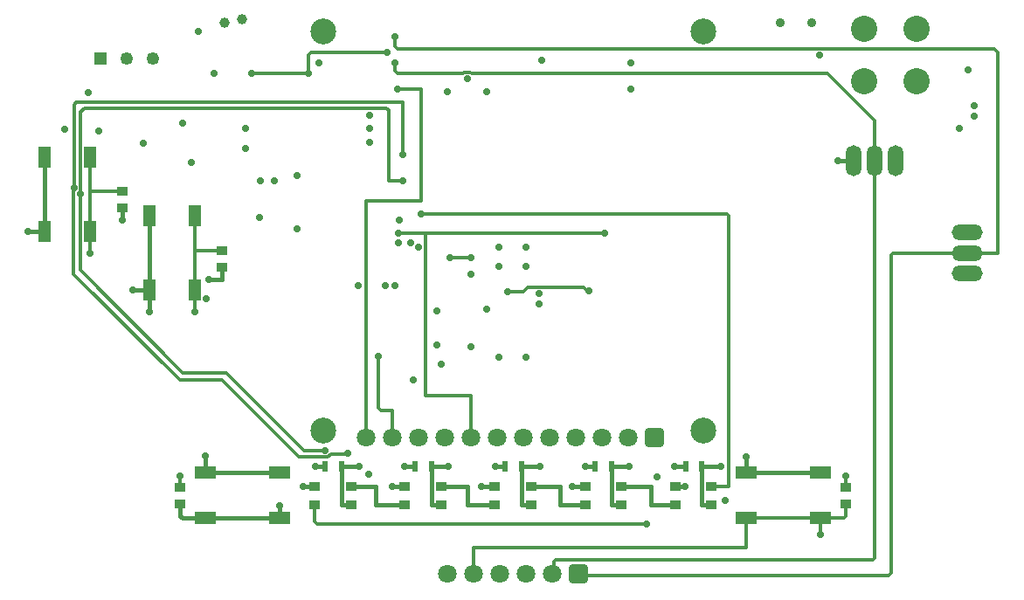
<source format=gbr>
%TF.GenerationSoftware,Altium Limited,Altium Designer,23.8.1 (32)*%
G04 Layer_Physical_Order=4*
G04 Layer_Color=11367680*
%FSLAX26Y26*%
%MOIN*%
%TF.SameCoordinates,6B68F3FB-407B-423E-831D-AB1AF3CCE0D2*%
%TF.FilePolarity,Positive*%
%TF.FileFunction,Copper,L4,Bot,Signal*%
%TF.Part,Single*%
G01*
G75*
%TA.AperFunction,SMDPad,CuDef*%
%ADD26R,0.039370X0.037402*%
%ADD35R,0.023000X0.039370*%
%TA.AperFunction,Conductor*%
%ADD43C,0.016000*%
%ADD44C,0.013800*%
%ADD49C,0.010000*%
%ADD50C,0.012000*%
%TA.AperFunction,ComponentPad*%
%ADD51C,0.049213*%
%ADD52R,0.049213X0.049213*%
%ADD53C,0.100000*%
%ADD54C,0.070866*%
G04:AMPARAMS|DCode=55|XSize=70.866mil|YSize=70.866mil|CornerRadius=8.858mil|HoleSize=0mil|Usage=FLASHONLY|Rotation=180.000|XOffset=0mil|YOffset=0mil|HoleType=Round|Shape=RoundedRectangle|*
%AMROUNDEDRECTD55*
21,1,0.070866,0.053150,0,0,180.0*
21,1,0.053150,0.070866,0,0,180.0*
1,1,0.017716,-0.026575,0.026575*
1,1,0.017716,0.026575,0.026575*
1,1,0.017716,0.026575,-0.026575*
1,1,0.017716,-0.026575,-0.026575*
%
%ADD55ROUNDEDRECTD55*%
%ADD56O,0.118120X0.059060*%
%ADD57O,0.059060X0.118120*%
%ADD58C,0.039370*%
%ADD59C,0.035430*%
%TA.AperFunction,ViaPad*%
%ADD60C,0.028000*%
%ADD61C,0.098425*%
%TA.AperFunction,SMDPad,CuDef*%
%ADD62R,0.078740X0.047240*%
%ADD63R,0.047240X0.078740*%
%ADD64R,0.039370X0.033460*%
D26*
X-1270000Y-781496D02*
D03*
X1270000D02*
D03*
X-1110000Y182992D02*
D03*
X-1490000Y411496D02*
D03*
X-1270000Y-718504D02*
D03*
X-1110000Y120000D02*
D03*
X-1490000Y348504D02*
D03*
X1270000Y-718504D02*
D03*
D35*
X658258Y-640000D02*
D03*
X314508D02*
D03*
X-29242D02*
D03*
X-372992D02*
D03*
X-716742D02*
D03*
X-653750D02*
D03*
X721250D02*
D03*
X-310000D02*
D03*
X377500D02*
D03*
X33750D02*
D03*
D43*
X-890000Y-836130D02*
X-889520Y-836610D01*
X-890000Y-836130D02*
Y-790000D01*
X-1160000Y75000D02*
X-1110000D01*
X721250Y-784450D02*
Y-640000D01*
Y-784450D02*
X756400D01*
X377500D02*
Y-640000D01*
Y-784450D02*
X412650D01*
X33750D02*
Y-640000D01*
Y-784450D02*
X68900D01*
X-310000D02*
Y-640000D01*
Y-784450D02*
X-274850D01*
X-653750D02*
Y-640000D01*
Y-784450D02*
X-618600D01*
X-653750Y-640000D02*
X-587746D01*
X721250D02*
X792254D01*
X377500D02*
X442254D01*
X-310000D02*
X-247746D01*
X33750D02*
X102254D01*
X-1450000Y33270D02*
X-1386610D01*
X-1850000Y258270D02*
X-1786610D01*
Y541730D01*
X-1490000Y300000D02*
Y348504D01*
X-1110000Y75000D02*
Y120000D01*
X-1386610Y33270D02*
Y316730D01*
Y-50000D02*
Y33270D01*
X1240963Y529330D02*
X1301260D01*
X179370Y-784450D02*
Y-715550D01*
X68900D02*
X179370D01*
X225000D02*
X274850D01*
X225000Y-716000D02*
Y-715550D01*
X277104Y-640000D02*
X314508D01*
X-66646D02*
X-29242D01*
X-460000Y-715550D02*
X-412650D01*
X-120630D02*
X-68900D01*
X-274850D02*
X-175000D01*
Y-784450D02*
Y-715550D01*
Y-784450D02*
X-68900D01*
X-120630Y-716000D02*
Y-715550D01*
X-414330Y-640000D02*
X-372992D01*
X-754146D02*
X-716742D01*
X-800000Y-715550D02*
X-756400D01*
X-525000Y-784450D02*
X-412650D01*
X-525000D02*
Y-715550D01*
X-618600D02*
X-525000D01*
X179370Y-784450D02*
X274850D01*
X412650Y-715550D02*
X525000D01*
Y-784450D02*
Y-715550D01*
Y-784450D02*
X618600D01*
Y-715550D02*
X656082D01*
X616920Y-640000D02*
X658258D01*
X889520Y-663390D02*
Y-602500D01*
Y-663390D02*
X1172980D01*
X-1172980D02*
Y-600000D01*
X-1260627Y-836610D02*
X-1172980D01*
X-1270000Y-827237D02*
Y-781496D01*
Y-827237D02*
X-1260627Y-836610D01*
X-1172980D02*
X-889520D01*
X-1172980Y-663390D02*
X-889520D01*
D44*
X-632717Y-592717D02*
X-630000Y-590000D01*
X-695027Y-592717D02*
X-632717D01*
X-705710Y-603400D02*
X-695027Y-592717D01*
X-816600Y-603400D02*
X-705710D01*
X-1110000Y-310000D02*
X-816600Y-603400D01*
X-1092213Y-281200D02*
X-795913Y-577500D01*
X-716438D01*
X-756400Y-850000D02*
X-746400Y-860000D01*
X510000D01*
X-756400Y-850000D02*
Y-784450D01*
X-1675900Y95900D02*
Y425000D01*
Y95900D02*
X-1270000Y-310000D01*
X-1110000D01*
X-1675900Y425000D02*
X-1675000Y425900D01*
X-1650000Y110000D02*
Y400000D01*
Y110000D02*
X-1258800Y-281200D01*
X-1092213D01*
X-334877Y-370000D02*
Y249995D01*
X-441916Y955900D02*
X1836016D01*
X-450000Y963984D02*
Y1000000D01*
Y963984D02*
X-441916Y955900D01*
X-158372Y860000D02*
X1200379D01*
X1380000Y529330D02*
Y680379D01*
X1200379Y860000D02*
X1380000Y680379D01*
X-1634291Y728050D02*
X-483084D01*
X-1648910Y713431D02*
X-1634291Y728050D01*
X-483084D02*
X-475000Y719966D01*
Y450000D02*
Y719966D01*
X-1675000Y425900D02*
Y741916D01*
X-1666916Y750000D01*
X-420000D01*
X-1649100Y429055D02*
X-1648910Y429245D01*
Y713431D01*
X-475000Y450000D02*
X-420000D01*
X-1649100Y400900D02*
Y429055D01*
X-1650000Y400000D02*
X-1649100Y400900D01*
X-420000Y550000D02*
Y750000D01*
X-350000Y375000D02*
Y800000D01*
X-560000Y375000D02*
X-350000D01*
X-439728Y800000D02*
X-350000D01*
X-560000Y-527500D02*
Y375000D01*
X-1213390Y33270D02*
Y182992D01*
X1371916Y-995381D02*
X1380000Y-987297D01*
Y529330D01*
X163333Y-995381D02*
X1371916D01*
X-772034Y940000D02*
X-480000D01*
X-780118Y860000D02*
Y931916D01*
X-997320Y860000D02*
X-780118D01*
Y931916D02*
X-772034Y940000D01*
X-19690Y26890D02*
X38090D01*
X56790Y45590D02*
X270567D01*
X38090Y26890D02*
X56790Y45590D01*
X270567D02*
X286890Y29267D01*
Y26890D02*
Y29267D01*
X-334877Y249995D02*
X349995D01*
X-436019D02*
X-334877D01*
Y-370000D02*
X-160000D01*
Y-527500D02*
Y-370000D01*
X-512796Y-416916D02*
Y-220482D01*
Y-416916D02*
X-504712Y-425000D01*
X-460000D01*
Y-527500D02*
Y-425000D01*
X1850000Y175000D02*
Y941916D01*
X1836016Y955900D02*
X1850000Y941916D01*
X-164272Y865900D02*
X-158372Y860000D01*
X-191628D02*
X-185728Y865900D01*
X-440000Y860000D02*
X-191628D01*
X-185728Y865900D02*
X-164272D01*
X-450000Y870000D02*
Y900000D01*
Y870000D02*
X-440000Y860000D01*
X1734330Y175000D02*
X1850000D01*
X-1213390Y182992D02*
Y316730D01*
X1172980Y-900000D02*
Y-836610D01*
X-1213390Y-50000D02*
Y33270D01*
X-1613390Y175000D02*
Y258270D01*
Y411496D02*
Y541730D01*
Y258270D02*
Y411496D01*
Y414504D01*
Y411496D02*
X-1490000D01*
X-1213390Y182992D02*
X-1110000D01*
X824272Y-715550D02*
Y316602D01*
X816188Y324686D02*
X824272Y316602D01*
X-350000Y324686D02*
X816188D01*
X-436024Y249990D02*
X-436019Y249995D01*
X349995D02*
X350000Y250000D01*
X756400Y-715550D02*
X824272D01*
X-241168Y156496D02*
X-160000D01*
X150000Y-1050000D02*
X155249Y-1044751D01*
Y-1003465D02*
X163333Y-995381D01*
X155249Y-1044751D02*
Y-1003465D01*
X254597Y-1054597D02*
X1434559D01*
X1442643Y-1046513D02*
Y166916D01*
X250000Y-1050000D02*
X254597Y-1054597D01*
X1450727Y175000D02*
X1734330D01*
X1434559Y-1054597D02*
X1442643Y-1046513D01*
Y166916D02*
X1450727Y175000D01*
X-150000Y-950000D02*
X889520D01*
X-150000Y-1050000D02*
Y-950000D01*
X889520D02*
Y-836610D01*
X1261916D02*
X1270000Y-828526D01*
Y-781496D01*
X889520Y-836610D02*
X1172980D01*
X1261916D01*
D49*
X286890Y26890D02*
X290000Y30000D01*
D50*
X1270000Y-718504D02*
Y-675000D01*
X-1270000Y-718504D02*
Y-675000D01*
D51*
X-1475000Y919409D02*
D03*
X-1375000D02*
D03*
D52*
X-1575000D02*
D03*
D53*
X1540000Y830000D02*
D03*
X1340000D02*
D03*
Y1030000D02*
D03*
X1540000D02*
D03*
D54*
X-250000Y-1050000D02*
D03*
X-150000D02*
D03*
X-50000D02*
D03*
X50000D02*
D03*
X150000D02*
D03*
X340000Y-527500D02*
D03*
X-60000D02*
D03*
X-260000D02*
D03*
X-460000D02*
D03*
X140000D02*
D03*
X40000D02*
D03*
X240000D02*
D03*
X-360000D02*
D03*
X-560000D02*
D03*
X-160000D02*
D03*
X440000D02*
D03*
D55*
X250000Y-1050000D02*
D03*
X540000Y-527500D02*
D03*
D56*
X1734330Y96260D02*
D03*
Y175000D02*
D03*
Y253740D02*
D03*
D57*
X1301260Y529330D02*
D03*
X1380000D02*
D03*
X1458740D02*
D03*
D58*
X-1099684Y1055000D02*
D03*
X-1034720Y1066810D02*
D03*
D59*
X1139060Y1055000D02*
D03*
X1020940D02*
D03*
D60*
X-630000Y-590000D02*
D03*
X-716438Y-577500D02*
D03*
X810000Y-769685D02*
D03*
X550000Y-680000D02*
D03*
X-823189Y470000D02*
D03*
Y269485D02*
D03*
X510000Y-860000D02*
D03*
X-360777Y198789D02*
D03*
X-391106Y213976D02*
D03*
X-550000Y-670000D02*
D03*
X-890000Y-790000D02*
D03*
X-1711181Y649189D02*
D03*
X-1620096Y786526D02*
D03*
X-420000Y450000D02*
D03*
Y550000D02*
D03*
X-1650000Y400000D02*
D03*
X-1675000Y425900D02*
D03*
X-909252Y451181D02*
D03*
X-1228500Y522685D02*
D03*
X-967520Y312800D02*
D03*
X-962795Y451181D02*
D03*
X-439728Y800000D02*
D03*
X-1170770Y0D02*
D03*
X-1410000Y595118D02*
D03*
X-1260000Y670000D02*
D03*
X-1579685Y642362D02*
D03*
X-997320Y860000D02*
D03*
X-1140000D02*
D03*
X350000Y250000D02*
D03*
X-1160000Y75000D02*
D03*
X-780118Y860000D02*
D03*
X100000Y19690D02*
D03*
X-433347Y301182D02*
D03*
X-740000Y900000D02*
D03*
X-545670Y700000D02*
D03*
Y650000D02*
D03*
Y596760D02*
D03*
X-480000Y940000D02*
D03*
X-1200000Y1020000D02*
D03*
X-1020000Y650000D02*
D03*
Y575000D02*
D03*
X-512796Y-220482D02*
D03*
X-587746Y-640000D02*
D03*
X-247746D02*
D03*
X792254D02*
D03*
X442254D02*
D03*
X102254D02*
D03*
X1168580Y930000D02*
D03*
X-250000Y791043D02*
D03*
X-100000D02*
D03*
X-175000Y840000D02*
D03*
X1737008Y875000D02*
D03*
X1760000Y698685D02*
D03*
X1701870Y650000D02*
D03*
X1760000Y738326D02*
D03*
X110000Y910568D02*
D03*
X290000Y30000D02*
D03*
X-19690Y26890D02*
D03*
X50000Y125000D02*
D03*
X-53150D02*
D03*
X-290000Y-176102D02*
D03*
Y-44606D02*
D03*
X-381496Y-308090D02*
D03*
X1172980Y-900000D02*
D03*
X-1213390Y-50000D02*
D03*
X-1613390Y175000D02*
D03*
X-1450000Y33270D02*
D03*
X-1850000Y258270D02*
D03*
X-1490000Y300000D02*
D03*
X-1386610Y-50000D02*
D03*
X-436024Y249990D02*
D03*
X-241168Y156496D02*
D03*
X-160000D02*
D03*
X-350000Y324686D02*
D03*
X-450000Y900000D02*
D03*
Y1000000D02*
D03*
X1240963Y529330D02*
D03*
X225000Y-716000D02*
D03*
X277104Y-640000D02*
D03*
X-66646D02*
D03*
X-460000Y-715550D02*
D03*
X-120630Y-716000D02*
D03*
X-414330Y-640000D02*
D03*
X-754146D02*
D03*
X-800000Y-715550D02*
D03*
X656082D02*
D03*
X616920Y-640000D02*
D03*
X889520Y-602500D02*
D03*
X1270000Y-675000D02*
D03*
X-1270000D02*
D03*
X-1172980Y-600000D02*
D03*
X-450000Y50000D02*
D03*
X-487204D02*
D03*
X-589566D02*
D03*
X-436024Y213976D02*
D03*
X50000Y196850D02*
D03*
X-53150D02*
D03*
X-275000Y-250000D02*
D03*
X50000Y-221850D02*
D03*
X-53150D02*
D03*
X-160000Y93504D02*
D03*
Y-181496D02*
D03*
X-100000Y-39370D02*
D03*
X100000Y-19690D02*
D03*
X450000Y900000D02*
D03*
Y800000D02*
D03*
D61*
X725000Y1022500D02*
D03*
X-725000D02*
D03*
Y-502500D02*
D03*
X725000D02*
D03*
D62*
X-889520Y-836610D02*
D03*
X-1172980D02*
D03*
X1172980D02*
D03*
X889520D02*
D03*
Y-663390D02*
D03*
X1172980D02*
D03*
X-1172980D02*
D03*
X-889520D02*
D03*
D63*
X-1213390Y316730D02*
D03*
Y33270D02*
D03*
X-1613390Y541730D02*
D03*
Y258270D02*
D03*
X-1786610Y541730D02*
D03*
X-1386610Y316730D02*
D03*
Y33270D02*
D03*
X-1786610Y258270D02*
D03*
D64*
X618600Y-715550D02*
D03*
X274850D02*
D03*
X-68900D02*
D03*
X-412650D02*
D03*
X-756400D02*
D03*
X756400D02*
D03*
X618600Y-784450D02*
D03*
X756400D02*
D03*
X274850D02*
D03*
X412650D02*
D03*
Y-715550D02*
D03*
X-412650Y-784450D02*
D03*
X-274850D02*
D03*
Y-715550D02*
D03*
X-756400Y-784450D02*
D03*
X-618600D02*
D03*
Y-715550D02*
D03*
X-68900Y-784450D02*
D03*
X68900D02*
D03*
Y-715550D02*
D03*
%TF.MD5,de39303171d5410d934cbf9719223baf*%
M02*

</source>
